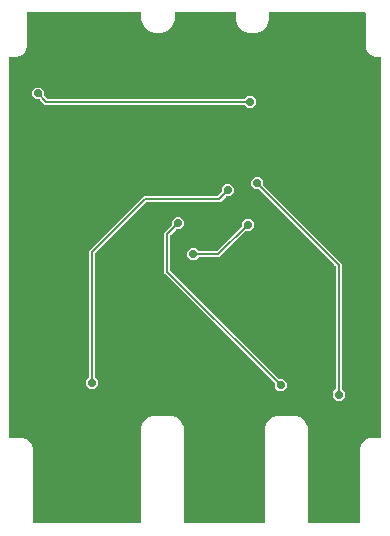
<source format=gbl>
G04 EAGLE Gerber RS-274X export*
G75*
%MOMM*%
%FSLAX34Y34*%
%LPD*%
%INBottom Copper*%
%IPPOS*%
%AMOC8*
5,1,8,0,0,1.08239X$1,22.5*%
G01*
%ADD10C,0.706400*%
%ADD11C,0.203200*%

G36*
X130598Y10164D02*
X130598Y10164D01*
X130617Y10162D01*
X130719Y10184D01*
X130821Y10200D01*
X130838Y10210D01*
X130858Y10214D01*
X130947Y10267D01*
X131038Y10316D01*
X131052Y10330D01*
X131069Y10340D01*
X131136Y10419D01*
X131208Y10494D01*
X131216Y10512D01*
X131229Y10527D01*
X131268Y10623D01*
X131311Y10717D01*
X131313Y10737D01*
X131321Y10755D01*
X131339Y10922D01*
X131339Y91900D01*
X133099Y96149D01*
X136351Y99401D01*
X140600Y101161D01*
X158400Y101161D01*
X162649Y99401D01*
X165901Y96149D01*
X167661Y91900D01*
X167661Y10922D01*
X167664Y10902D01*
X167662Y10883D01*
X167684Y10781D01*
X167700Y10679D01*
X167710Y10662D01*
X167714Y10642D01*
X167767Y10553D01*
X167816Y10462D01*
X167830Y10448D01*
X167840Y10431D01*
X167919Y10364D01*
X167994Y10292D01*
X168012Y10284D01*
X168027Y10271D01*
X168123Y10232D01*
X168217Y10189D01*
X168237Y10187D01*
X168255Y10179D01*
X168422Y10161D01*
X235578Y10161D01*
X235598Y10164D01*
X235617Y10162D01*
X235719Y10184D01*
X235821Y10200D01*
X235838Y10210D01*
X235858Y10214D01*
X235947Y10267D01*
X236038Y10316D01*
X236052Y10330D01*
X236069Y10340D01*
X236136Y10419D01*
X236208Y10494D01*
X236216Y10512D01*
X236229Y10527D01*
X236268Y10623D01*
X236311Y10717D01*
X236313Y10737D01*
X236321Y10755D01*
X236339Y10922D01*
X236339Y91900D01*
X238099Y96149D01*
X241351Y99401D01*
X245600Y101161D01*
X263400Y101161D01*
X267649Y99401D01*
X270901Y96149D01*
X272661Y91900D01*
X272661Y10922D01*
X272664Y10902D01*
X272662Y10883D01*
X272684Y10781D01*
X272700Y10679D01*
X272710Y10662D01*
X272714Y10642D01*
X272767Y10553D01*
X272816Y10462D01*
X272830Y10448D01*
X272840Y10431D01*
X272919Y10364D01*
X272994Y10292D01*
X273012Y10284D01*
X273027Y10271D01*
X273123Y10232D01*
X273217Y10189D01*
X273237Y10187D01*
X273255Y10179D01*
X273422Y10161D01*
X316078Y10161D01*
X316098Y10164D01*
X316117Y10162D01*
X316219Y10184D01*
X316321Y10200D01*
X316338Y10210D01*
X316358Y10214D01*
X316447Y10267D01*
X316538Y10316D01*
X316552Y10330D01*
X316569Y10340D01*
X316636Y10419D01*
X316708Y10494D01*
X316716Y10512D01*
X316729Y10527D01*
X316768Y10623D01*
X316811Y10717D01*
X316813Y10737D01*
X316821Y10755D01*
X316839Y10922D01*
X316839Y74021D01*
X318386Y77756D01*
X321244Y80614D01*
X324979Y82161D01*
X334078Y82161D01*
X334098Y82164D01*
X334117Y82162D01*
X334219Y82184D01*
X334321Y82200D01*
X334338Y82210D01*
X334358Y82214D01*
X334447Y82267D01*
X334538Y82316D01*
X334552Y82330D01*
X334569Y82340D01*
X334636Y82419D01*
X334708Y82494D01*
X334716Y82512D01*
X334729Y82527D01*
X334768Y82623D01*
X334811Y82717D01*
X334813Y82737D01*
X334821Y82755D01*
X334839Y82922D01*
X334839Y404078D01*
X334836Y404098D01*
X334838Y404117D01*
X334816Y404219D01*
X334800Y404321D01*
X334790Y404338D01*
X334786Y404358D01*
X334733Y404447D01*
X334684Y404538D01*
X334670Y404552D01*
X334660Y404569D01*
X334581Y404636D01*
X334506Y404708D01*
X334488Y404716D01*
X334473Y404729D01*
X334377Y404768D01*
X334283Y404811D01*
X334263Y404813D01*
X334245Y404821D01*
X334078Y404839D01*
X329979Y404839D01*
X326244Y406386D01*
X323386Y409244D01*
X321839Y412979D01*
X321839Y442078D01*
X321836Y442098D01*
X321838Y442117D01*
X321816Y442219D01*
X321800Y442321D01*
X321790Y442338D01*
X321786Y442358D01*
X321733Y442447D01*
X321684Y442538D01*
X321670Y442552D01*
X321660Y442569D01*
X321581Y442636D01*
X321506Y442708D01*
X321488Y442716D01*
X321473Y442729D01*
X321377Y442768D01*
X321283Y442811D01*
X321263Y442813D01*
X321245Y442821D01*
X321078Y442839D01*
X240876Y442839D01*
X240831Y442832D01*
X240785Y442834D01*
X240710Y442812D01*
X240634Y442800D01*
X240593Y442778D01*
X240549Y442765D01*
X240485Y442721D01*
X240416Y442684D01*
X240385Y442651D01*
X240347Y442625D01*
X240301Y442563D01*
X240247Y442506D01*
X240228Y442464D01*
X240200Y442427D01*
X240176Y442353D01*
X240143Y442283D01*
X240138Y442237D01*
X240124Y442194D01*
X240125Y442116D01*
X240116Y442039D01*
X240126Y441994D01*
X240126Y441948D01*
X240161Y441830D01*
X240161Y436183D01*
X238005Y430979D01*
X234021Y426995D01*
X228817Y424839D01*
X223183Y424839D01*
X217979Y426995D01*
X213995Y430979D01*
X211839Y436183D01*
X211839Y441836D01*
X211857Y441873D01*
X211865Y441950D01*
X211883Y442026D01*
X211879Y442072D01*
X211884Y442117D01*
X211867Y442194D01*
X211860Y442271D01*
X211841Y442313D01*
X211832Y442358D01*
X211792Y442425D01*
X211760Y442496D01*
X211729Y442530D01*
X211705Y442569D01*
X211646Y442620D01*
X211594Y442677D01*
X211553Y442699D01*
X211518Y442729D01*
X211446Y442758D01*
X211378Y442795D01*
X211333Y442804D01*
X211290Y442821D01*
X211155Y442836D01*
X211136Y442839D01*
X211131Y442838D01*
X211124Y442839D01*
X160876Y442839D01*
X160831Y442832D01*
X160785Y442834D01*
X160710Y442812D01*
X160634Y442800D01*
X160593Y442778D01*
X160549Y442765D01*
X160485Y442721D01*
X160416Y442684D01*
X160385Y442651D01*
X160347Y442625D01*
X160301Y442563D01*
X160247Y442506D01*
X160228Y442464D01*
X160200Y442427D01*
X160176Y442353D01*
X160143Y442283D01*
X160138Y442237D01*
X160124Y442194D01*
X160125Y442116D01*
X160116Y442039D01*
X160126Y441994D01*
X160126Y441948D01*
X160161Y441830D01*
X160161Y436183D01*
X158005Y430979D01*
X154021Y426995D01*
X148817Y424839D01*
X143183Y424839D01*
X137979Y426995D01*
X133995Y430979D01*
X131839Y436183D01*
X131839Y441836D01*
X131857Y441873D01*
X131865Y441950D01*
X131883Y442026D01*
X131879Y442072D01*
X131884Y442117D01*
X131867Y442194D01*
X131860Y442271D01*
X131841Y442313D01*
X131832Y442358D01*
X131792Y442425D01*
X131760Y442496D01*
X131729Y442530D01*
X131705Y442569D01*
X131646Y442620D01*
X131594Y442677D01*
X131553Y442699D01*
X131518Y442729D01*
X131446Y442758D01*
X131378Y442795D01*
X131333Y442804D01*
X131290Y442821D01*
X131155Y442836D01*
X131136Y442839D01*
X131131Y442838D01*
X131124Y442839D01*
X35922Y442839D01*
X35902Y442836D01*
X35883Y442838D01*
X35781Y442816D01*
X35679Y442800D01*
X35662Y442790D01*
X35642Y442786D01*
X35553Y442733D01*
X35462Y442684D01*
X35448Y442670D01*
X35431Y442660D01*
X35364Y442581D01*
X35292Y442506D01*
X35284Y442488D01*
X35271Y442473D01*
X35232Y442377D01*
X35189Y442283D01*
X35187Y442263D01*
X35179Y442245D01*
X35161Y442078D01*
X35161Y412979D01*
X33614Y409244D01*
X30756Y406386D01*
X27021Y404839D01*
X20922Y404839D01*
X20902Y404836D01*
X20883Y404838D01*
X20781Y404816D01*
X20679Y404800D01*
X20662Y404790D01*
X20642Y404786D01*
X20553Y404733D01*
X20462Y404684D01*
X20448Y404670D01*
X20431Y404660D01*
X20364Y404581D01*
X20292Y404506D01*
X20284Y404488D01*
X20271Y404473D01*
X20232Y404377D01*
X20189Y404283D01*
X20187Y404263D01*
X20179Y404245D01*
X20161Y404078D01*
X20161Y82922D01*
X20164Y82902D01*
X20162Y82883D01*
X20184Y82781D01*
X20200Y82679D01*
X20210Y82662D01*
X20214Y82642D01*
X20267Y82553D01*
X20316Y82462D01*
X20330Y82448D01*
X20340Y82431D01*
X20419Y82364D01*
X20494Y82292D01*
X20512Y82284D01*
X20527Y82271D01*
X20623Y82232D01*
X20717Y82189D01*
X20737Y82187D01*
X20755Y82179D01*
X20922Y82161D01*
X32021Y82161D01*
X35756Y80614D01*
X38614Y77756D01*
X40161Y74021D01*
X40161Y10922D01*
X40164Y10902D01*
X40162Y10883D01*
X40184Y10781D01*
X40200Y10679D01*
X40210Y10662D01*
X40214Y10642D01*
X40267Y10553D01*
X40316Y10462D01*
X40330Y10448D01*
X40340Y10431D01*
X40419Y10364D01*
X40494Y10292D01*
X40512Y10284D01*
X40527Y10271D01*
X40623Y10232D01*
X40717Y10189D01*
X40737Y10187D01*
X40755Y10179D01*
X40922Y10161D01*
X130578Y10161D01*
X130598Y10164D01*
G37*
%LPC*%
G36*
X87905Y123943D02*
X87905Y123943D01*
X84943Y126905D01*
X84943Y131095D01*
X87236Y133388D01*
X87289Y133462D01*
X87349Y133531D01*
X87361Y133561D01*
X87380Y133587D01*
X87407Y133674D01*
X87441Y133759D01*
X87445Y133800D01*
X87452Y133822D01*
X87451Y133855D01*
X87459Y133926D01*
X87459Y241052D01*
X133948Y287541D01*
X196632Y287541D01*
X196722Y287555D01*
X196813Y287563D01*
X196843Y287575D01*
X196875Y287580D01*
X196956Y287623D01*
X197040Y287659D01*
X197072Y287685D01*
X197092Y287696D01*
X197115Y287719D01*
X197171Y287764D01*
X199720Y290313D01*
X199773Y290387D01*
X199833Y290457D01*
X199845Y290487D01*
X199864Y290513D01*
X199891Y290600D01*
X199925Y290685D01*
X199929Y290726D01*
X199936Y290748D01*
X199935Y290780D01*
X199943Y290852D01*
X199943Y294095D01*
X202905Y297057D01*
X207095Y297057D01*
X210057Y294095D01*
X210057Y289905D01*
X207095Y286943D01*
X203852Y286943D01*
X203762Y286929D01*
X203671Y286921D01*
X203641Y286909D01*
X203609Y286904D01*
X203528Y286861D01*
X203444Y286825D01*
X203412Y286799D01*
X203392Y286788D01*
X203369Y286765D01*
X203313Y286720D01*
X199052Y282459D01*
X136368Y282459D01*
X136278Y282445D01*
X136187Y282437D01*
X136157Y282425D01*
X136125Y282420D01*
X136044Y282377D01*
X135960Y282341D01*
X135928Y282315D01*
X135908Y282304D01*
X135885Y282281D01*
X135829Y282236D01*
X92764Y239171D01*
X92711Y239097D01*
X92651Y239027D01*
X92639Y238997D01*
X92620Y238971D01*
X92593Y238884D01*
X92559Y238799D01*
X92555Y238758D01*
X92548Y238736D01*
X92549Y238704D01*
X92541Y238632D01*
X92541Y133926D01*
X92555Y133836D01*
X92563Y133745D01*
X92575Y133715D01*
X92580Y133683D01*
X92623Y133602D01*
X92659Y133519D01*
X92685Y133486D01*
X92696Y133466D01*
X92719Y133444D01*
X92764Y133388D01*
X95057Y131095D01*
X95057Y126905D01*
X92095Y123943D01*
X87905Y123943D01*
G37*
%LPD*%
%LPC*%
G36*
X296905Y113943D02*
X296905Y113943D01*
X293943Y116905D01*
X293943Y121095D01*
X296236Y123388D01*
X296289Y123462D01*
X296349Y123531D01*
X296361Y123561D01*
X296380Y123587D01*
X296407Y123674D01*
X296441Y123759D01*
X296445Y123800D01*
X296452Y123822D01*
X296451Y123855D01*
X296459Y123926D01*
X296459Y227632D01*
X296445Y227722D01*
X296437Y227813D01*
X296425Y227843D01*
X296420Y227875D01*
X296377Y227956D01*
X296341Y228040D01*
X296315Y228072D01*
X296304Y228092D01*
X296281Y228115D01*
X296236Y228171D01*
X231687Y292720D01*
X231613Y292773D01*
X231543Y292833D01*
X231513Y292845D01*
X231487Y292864D01*
X231400Y292891D01*
X231315Y292925D01*
X231274Y292929D01*
X231252Y292936D01*
X231220Y292935D01*
X231148Y292943D01*
X227905Y292943D01*
X224943Y295905D01*
X224943Y300095D01*
X227905Y303057D01*
X232095Y303057D01*
X235057Y300095D01*
X235057Y296852D01*
X235071Y296762D01*
X235079Y296671D01*
X235091Y296641D01*
X235096Y296609D01*
X235139Y296528D01*
X235175Y296444D01*
X235201Y296412D01*
X235212Y296392D01*
X235235Y296369D01*
X235280Y296313D01*
X301541Y230052D01*
X301541Y123926D01*
X301555Y123836D01*
X301563Y123745D01*
X301575Y123715D01*
X301580Y123683D01*
X301623Y123602D01*
X301659Y123519D01*
X301685Y123486D01*
X301696Y123466D01*
X301719Y123444D01*
X301764Y123388D01*
X304057Y121095D01*
X304057Y116905D01*
X301095Y113943D01*
X296905Y113943D01*
G37*
%LPD*%
%LPC*%
G36*
X221905Y361943D02*
X221905Y361943D01*
X219612Y364236D01*
X219538Y364289D01*
X219469Y364349D01*
X219439Y364361D01*
X219413Y364380D01*
X219326Y364407D01*
X219241Y364441D01*
X219200Y364445D01*
X219178Y364452D01*
X219145Y364451D01*
X219074Y364459D01*
X50448Y364459D01*
X46187Y368720D01*
X46113Y368773D01*
X46043Y368833D01*
X46013Y368845D01*
X45987Y368864D01*
X45900Y368891D01*
X45815Y368925D01*
X45774Y368929D01*
X45752Y368936D01*
X45720Y368935D01*
X45648Y368943D01*
X42405Y368943D01*
X39443Y371905D01*
X39443Y376095D01*
X42405Y379057D01*
X46595Y379057D01*
X49557Y376095D01*
X49557Y372852D01*
X49571Y372762D01*
X49579Y372671D01*
X49591Y372641D01*
X49596Y372609D01*
X49639Y372528D01*
X49675Y372444D01*
X49701Y372412D01*
X49712Y372392D01*
X49735Y372369D01*
X49780Y372313D01*
X52329Y369764D01*
X52403Y369711D01*
X52473Y369651D01*
X52503Y369639D01*
X52529Y369620D01*
X52616Y369593D01*
X52701Y369559D01*
X52742Y369555D01*
X52764Y369548D01*
X52796Y369549D01*
X52868Y369541D01*
X219074Y369541D01*
X219164Y369555D01*
X219255Y369563D01*
X219285Y369575D01*
X219317Y369580D01*
X219398Y369623D01*
X219481Y369659D01*
X219514Y369685D01*
X219534Y369696D01*
X219556Y369719D01*
X219612Y369764D01*
X221905Y372057D01*
X226095Y372057D01*
X229057Y369095D01*
X229057Y364905D01*
X226095Y361943D01*
X221905Y361943D01*
G37*
%LPD*%
%LPC*%
G36*
X247905Y121943D02*
X247905Y121943D01*
X244943Y124905D01*
X244943Y128148D01*
X244936Y128193D01*
X244936Y128194D01*
X244935Y128198D01*
X244929Y128238D01*
X244921Y128329D01*
X244909Y128359D01*
X244904Y128391D01*
X244886Y128424D01*
X244884Y128434D01*
X244859Y128475D01*
X244825Y128556D01*
X244799Y128588D01*
X244788Y128608D01*
X244768Y128628D01*
X244758Y128645D01*
X244744Y128657D01*
X244720Y128687D01*
X151459Y221948D01*
X151459Y256052D01*
X157720Y262313D01*
X157773Y262387D01*
X157833Y262457D01*
X157845Y262487D01*
X157864Y262513D01*
X157891Y262600D01*
X157925Y262685D01*
X157929Y262726D01*
X157936Y262748D01*
X157935Y262780D01*
X157943Y262852D01*
X157943Y266095D01*
X160905Y269057D01*
X165095Y269057D01*
X168057Y266095D01*
X168057Y261905D01*
X165095Y258943D01*
X161852Y258943D01*
X161762Y258929D01*
X161671Y258921D01*
X161641Y258909D01*
X161609Y258904D01*
X161528Y258861D01*
X161444Y258825D01*
X161412Y258799D01*
X161392Y258788D01*
X161369Y258765D01*
X161313Y258720D01*
X156764Y254171D01*
X156711Y254097D01*
X156651Y254027D01*
X156639Y253997D01*
X156620Y253971D01*
X156593Y253884D01*
X156559Y253799D01*
X156555Y253758D01*
X156548Y253736D01*
X156549Y253704D01*
X156541Y253632D01*
X156541Y224368D01*
X156555Y224278D01*
X156563Y224187D01*
X156575Y224157D01*
X156580Y224125D01*
X156623Y224044D01*
X156659Y223960D01*
X156685Y223928D01*
X156696Y223908D01*
X156719Y223885D01*
X156764Y223829D01*
X248313Y132280D01*
X248387Y132227D01*
X248457Y132167D01*
X248487Y132155D01*
X248513Y132136D01*
X248600Y132109D01*
X248685Y132075D01*
X248726Y132071D01*
X248748Y132064D01*
X248780Y132065D01*
X248852Y132057D01*
X252095Y132057D01*
X255057Y129095D01*
X255057Y124905D01*
X252095Y121943D01*
X247905Y121943D01*
G37*
%LPD*%
%LPC*%
G36*
X173905Y232943D02*
X173905Y232943D01*
X170943Y235905D01*
X170943Y240095D01*
X173905Y243057D01*
X178095Y243057D01*
X180388Y240764D01*
X180462Y240711D01*
X180531Y240651D01*
X180561Y240639D01*
X180587Y240620D01*
X180674Y240593D01*
X180759Y240559D01*
X180800Y240555D01*
X180822Y240548D01*
X180855Y240549D01*
X180926Y240541D01*
X195632Y240541D01*
X195722Y240555D01*
X195813Y240563D01*
X195843Y240575D01*
X195875Y240580D01*
X195956Y240623D01*
X196040Y240659D01*
X196072Y240685D01*
X196092Y240696D01*
X196115Y240719D01*
X196171Y240764D01*
X216720Y261313D01*
X216773Y261387D01*
X216833Y261457D01*
X216845Y261487D01*
X216864Y261513D01*
X216891Y261600D01*
X216925Y261685D01*
X216929Y261726D01*
X216936Y261748D01*
X216935Y261780D01*
X216943Y261852D01*
X216943Y265095D01*
X219905Y268057D01*
X224095Y268057D01*
X227057Y265095D01*
X227057Y260905D01*
X224095Y257943D01*
X220852Y257943D01*
X220762Y257929D01*
X220671Y257921D01*
X220641Y257909D01*
X220609Y257904D01*
X220528Y257861D01*
X220444Y257825D01*
X220412Y257799D01*
X220392Y257788D01*
X220369Y257765D01*
X220313Y257720D01*
X198052Y235459D01*
X180926Y235459D01*
X180836Y235445D01*
X180745Y235437D01*
X180715Y235425D01*
X180683Y235420D01*
X180602Y235377D01*
X180519Y235341D01*
X180486Y235315D01*
X180466Y235304D01*
X180444Y235281D01*
X180388Y235236D01*
X178095Y232943D01*
X173905Y232943D01*
G37*
%LPD*%
D10*
X105000Y235000D03*
X105000Y225000D03*
X164000Y182000D03*
X164000Y174000D03*
X193000Y111000D03*
X201000Y111000D03*
X209000Y111000D03*
X321000Y110000D03*
X321000Y118000D03*
X27000Y128000D03*
X27000Y136000D03*
X46000Y339000D03*
X46000Y331000D03*
X308000Y324000D03*
X308000Y316000D03*
X315000Y418000D03*
X315000Y409000D03*
X26000Y397000D03*
X26000Y387000D03*
X95000Y306000D03*
X95000Y298000D03*
X230000Y298000D03*
X299000Y119000D03*
D11*
X299000Y229000D01*
X230000Y298000D01*
D10*
X250000Y127000D03*
D11*
X154000Y223000D01*
X154000Y255000D01*
X163000Y264000D01*
D10*
X163000Y264000D03*
X205000Y292000D03*
D11*
X198000Y285000D01*
X135000Y285000D01*
X90000Y240000D02*
X90000Y129000D01*
D10*
X90000Y129000D03*
D11*
X90000Y240000D02*
X135000Y285000D01*
D10*
X176000Y238000D03*
X222000Y263000D03*
D11*
X197000Y238000D02*
X176000Y238000D01*
X197000Y238000D02*
X222000Y263000D01*
D10*
X224000Y367000D03*
D11*
X51500Y367000D01*
X44500Y374000D01*
D10*
X44500Y374000D03*
M02*

</source>
